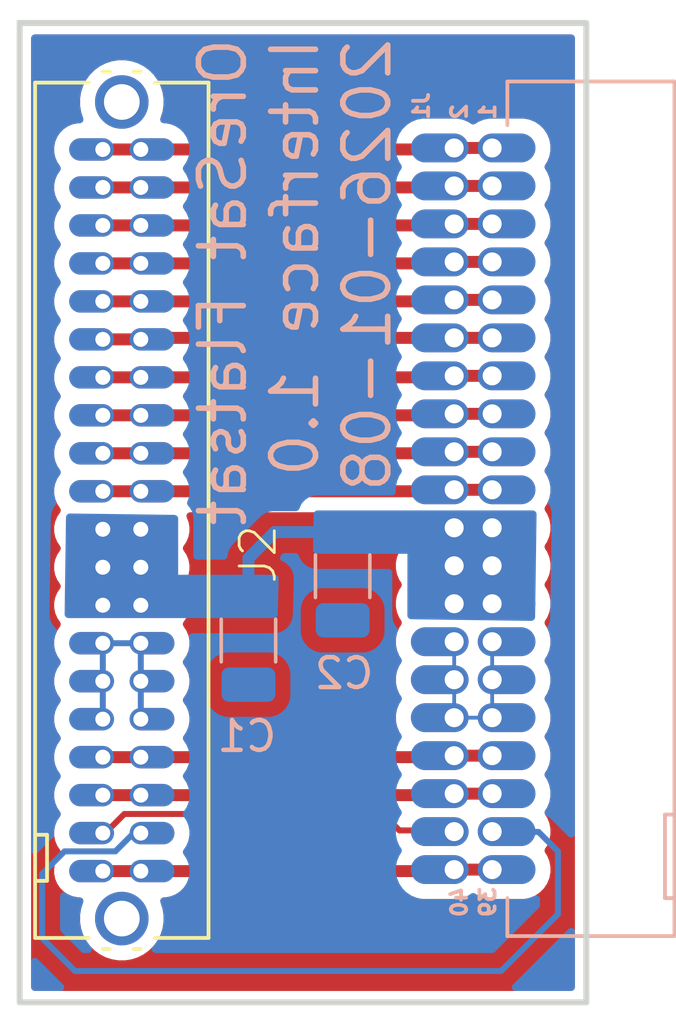
<source format=kicad_pcb>
(kicad_pcb (version 20241229) (generator "pcbnew") (generator_version "9.0")
  (layers (0 "F.Cu" signal) (4 "In1.Cu" signal) (6 "In2.Cu" signal) (2 "B.Cu" signal) (13 "F.Paste" user) (15 "B.Paste" user) (5 "F.SilkS" user "F.Silkscreen") (7 "B.SilkS" user "B.Silkscreen") (1 "F.Mask" user) (3 "B.Mask" user) (25 "Edge.Cuts" user))
  (net 0 "")
  (net 1 "GND")
  (net 2 "VBUS")
  (net 3 "OPD_SDA")
  (net 4 "MAG-SCL")
  (net 5 "CAN2_L")
  (net 6 "CAN1_H")
  (net 7 "CAN1_L")
  (net 8 "TURNSTILE-DEPLOY")
  (net 9 "OPD_SCL")
  (net 10 "CAN2_H")
  (net 11 "MAG-POWER")
  (net 12 "C3-UART-RX")
  (net 13 "OPD_PWR")
  (net 14 "~{SD}")
  (net 15 "HELICAL-DEPLOY")
  (net 16 "MAG-SDA")
  (net 17 "C3-UART-TX")
  (footprint "oresat-connectors:J-SAMTEC-SFM-120-X1-XXX-D" (layer "F.Cu") (at 148.265 85.895 90)
    (property "Reference" "J2" (at -2.54 4.56 90) (layer "F.SilkS") (effects (font (size 1.176528 1.176528) (thickness 0.093472)) (justify left)))
    (property "Value" "SFM-120-X1-XXX-D")
    (fp_line (start -14.3 -2.9) (end 14.3 -2.9) (stroke (width 0.127)) (layer "F.SilkS"))
    (fp_line (start -10.8505 -2.867) (end -10.8505 -2.5) (stroke (width 0.127)) (layer "F.SilkS"))
    (fp_line (start -12.3905 -2.5) (end -12.3905 -2.867) (stroke (width 0.127)) (layer "F.SilkS"))
    (fp_line (start -12.3905 -2.5) (end -10.8505 -2.5) (stroke (width 0.127)) (layer "F.SilkS"))
    (fp_line (start 14.3 -1.1) (end 14.3 -2.9) (stroke (width 0.127)) (layer "F.SilkS"))
    (fp_line (start -14.3 -1.1) (end -14.3 -2.9) (stroke (width 0.127)) (layer "F.SilkS"))
    (fp_line (start 14.6685 -0.635) (end 14.6685 -0.4) (stroke (width 0.127)) (layer "F.SilkS"))
    (fp_line (start -14.6685 -0.635) (end -14.6685 -0.4) (stroke (width 0.127)) (layer "F.SilkS"))
    (fp_line (start 14.6685 0.4) (end 14.6685 0.635) (stroke (width 0.127)) (layer "F.SilkS"))
    (fp_line (start -14.6685 0.4) (end -14.6685 0.635) (stroke (width 0.127)) (layer "F.SilkS"))
    (fp_line (start 14.3 1.1) (end 14.3 2.9) (stroke (width 0.127)) (layer "F.SilkS"))
    (fp_line (start 14.3 2.9) (end -14.3 2.9) (stroke (width 0.127)) (layer "F.SilkS"))
    (fp_line (start -14.3 2.9) (end -14.3 1.1) (stroke (width 0.127)) (layer "F.SilkS"))
    (pad "1" thru_hole oval (at 12.065 0.635) (size 1.5 0.75) (drill 0.5 (offset 0.375 0)) (layers "*.Cu" "*.Mask") (net 16 "MAG-SDA"))
    (pad "2" thru_hole oval (at 12.065 -0.635 180) (size 1.5 0.75) (drill 0.5 (offset 0.375 0)) (layers "*.Cu" "*.Mask") (net 16 "MAG-SDA"))
    (pad "3" thru_hole oval (at 10.795 0.635) (size 1.5 0.75) (drill 0.5 (offset 0.375 0)) (layers "*.Cu" "*.Mask") (net 4 "MAG-SCL"))
    (pad "4" thru_hole oval (at 10.795 -0.635 180) (size 1.5 0.75) (drill 0.5 (offset 0.375 0)) (layers "*.Cu" "*.Mask") (net 4 "MAG-SCL"))
    (pad "5" thru_hole oval (at 9.525 0.635) (size 1.5 0.75) (drill 0.5 (offset 0.375 0)) (layers "*.Cu" "*.Mask") (net 11 "MAG-POWER"))
    (pad "6" thru_hole oval (at 9.525 -0.635 180) (size 1.5 0.75) (drill 0.5 (offset 0.375 0)) (layers "*.Cu" "*.Mask") (net 11 "MAG-POWER"))
    (pad "7" thru_hole oval (at 8.255 0.635) (size 1.5 0.75) (drill 0.5 (offset 0.375 0)) (layers "*.Cu" "*.Mask") (net 15 "HELICAL-DEPLOY"))
    (pad "8" thru_hole oval (at 8.255 -0.635 180) (size 1.5 0.75) (drill 0.5 (offset 0.375 0)) (layers "*.Cu" "*.Mask") (net 15 "HELICAL-DEPLOY"))
    (pad "9" thru_hole oval (at 6.985 0.635) (size 1.5 0.75) (drill 0.5 (offset 0.375 0)) (layers "*.Cu" "*.Mask") (net 8 "TURNSTILE-DEPLOY"))
    (pad "10" thru_hole oval (at 6.985 -0.635 180) (size 1.5 0.75) (drill 0.5 (offset 0.375 0)) (layers "*.Cu" "*.Mask") (net 8 "TURNSTILE-DEPLOY"))
    (pad "11" thru_hole oval (at 5.715 0.635) (size 1.5 0.75) (drill 0.5 (offset 0.375 0)) (layers "*.Cu" "*.Mask") (net 3 "OPD_SDA"))
    (pad "12" thru_hole oval (at 5.715 -0.635 180) (size 1.5 0.75) (drill 0.5 (offset 0.375 0)) (layers "*.Cu" "*.Mask") (net 3 "OPD_SDA"))
    (pad "13" thru_hole oval (at 4.445 0.635) (size 1.5 0.75) (drill 0.5 (offset 0.375 0)) (layers "*.Cu" "*.Mask") (net 9 "OPD_SCL"))
    (pad "14" thru_hole oval (at 4.445 -0.635 180) (size 1.5 0.75) (drill 0.5 (offset 0.375 0)) (layers "*.Cu" "*.Mask") (net 9 "OPD_SCL"))
    (pad "15" thru_hole oval (at 3.175 0.635) (size 1.5 0.75) (drill 0.5 (offset 0.375 0)) (layers "*.Cu" "*.Mask") (net 13 "OPD_PWR"))
    (pad "16" thru_hole oval (at 3.175 -0.635 180) (size 1.5 0.75) (drill 0.5 (offset 0.375 0)) (layers "*.Cu" "*.Mask") (net 13 "OPD_PWR"))
    (pad "17" thru_hole oval (at 1.905 0.635) (size 1.5 0.75) (drill 0.5 (offset 0.375 0)) (layers "*.Cu" "*.Mask") (net 10 "CAN2_H"))
    (pad "18" thru_hole oval (at 1.905 -0.635 180) (size 1.5 0.75) (drill 0.5 (offset 0.375 0)) (layers "*.Cu" "*.Mask") (net 10 "CAN2_H"))
    (pad "19" thru_hole oval (at 0.635 0.635) (size 1.5 0.75) (drill 0.5 (offset 0.375 0)) (layers "*.Cu" "*.Mask") (net 5 "CAN2_L"))
    (pad "20" thru_hole oval (at 0.635 -0.635 180) (size 1.5 0.75) (drill 0.5 (offset 0.375 0)) (layers "*.Cu" "*.Mask") (net 5 "CAN2_L"))
    (pad "21" thru_hole oval (at -0.635 0.635) (size 1.5 0.75) (drill 0.5 (offset 0.375 0)) (layers "*.Cu" "*.Mask") (net 2 "VBUS"))
    (pad "22" thru_hole oval (at -0.635 -0.635 180) (size 1.5 0.75) (drill 0.5 (offset 0.375 0)) (layers "*.Cu" "*.Mask") (net 2 "VBUS"))
    (pad "23" thru_hole oval (at -1.905 0.635) (size 1.5 0.75) (drill 0.5 (offset 0.375 0)) (layers "*.Cu" "*.Mask") (net 2 "VBUS"))
    (pad "24" thru_hole oval (at -1.905 -0.635 180) (size 1.5 0.75) (drill 0.5 (offset 0.375 0)) (layers "*.Cu" "*.Mask") (net 2 "VBUS"))
    (pad "25" thru_hole oval (at -3.175 0.635) (size 1.5 0.75) (drill 0.5 (offset 0.375 0)) (layers "*.Cu" "*.Mask") (net 2 "VBUS"))
    (pad "26" thru_hole oval (at -3.175 -0.635 180) (size 1.5 0.75) (drill 0.5 (offset 0.375 0)) (layers "*.Cu" "*.Mask") (net 2 "VBUS"))
    (pad "27" thru_hole oval (at -4.445 0.635) (size 1.5 0.75) (drill 0.5 (offset 0.375 0)) (layers "*.Cu" "*.Mask") (net 1 "GND"))
    (pad "28" thru_hole oval (at -4.445 -0.635 180) (size 1.5 0.75) (drill 0.5 (offset 0.375 0)) (layers "*.Cu" "*.Mask") (net 1 "GND"))
    (pad "29" thru_hole oval (at -5.715 0.635) (size 1.5 0.75) (drill 0.5 (offset 0.375 0)) (layers "*.Cu" "*.Mask") (net 1 "GND"))
    (pad "30" thru_hole oval (at -5.715 -0.635 180) (size 1.5 0.75) (drill 0.5 (offset 0.375 0)) (layers "*.Cu" "*.Mask") (net 1 "GND"))
    (pad "31" thru_hole oval (at -6.985 0.635) (size 1.5 0.75) (drill 0.5 (offset 0.375 0)) (layers "*.Cu" "*.Mask") (net 1 "GND"))
    (pad "32" thru_hole oval (at -6.985 -0.635 180) (size 1.5 0.75) (drill 0.5 (offset 0.375 0)) (layers "*.Cu" "*.Mask") (net 1 "GND"))
    (pad "33" thru_hole oval (at -8.255 0.635) (size 1.5 0.75) (drill 0.5 (offset 0.375 0)) (layers "*.Cu" "*.Mask") (net 6 "CAN1_H"))
    (pad "34" thru_hole oval (at -8.255 -0.635 180) (size 1.5 0.75) (drill 0.5 (offset 0.375 0)) (layers "*.Cu" "*.Mask") (net 6 "CAN1_H"))
    (pad "35" thru_hole oval (at -9.525 0.635) (size 1.5 0.75) (drill 0.5 (offset 0.375 0)) (layers "*.Cu" "*.Mask") (net 7 "CAN1_L"))
    (pad "36" thru_hole oval (at -9.525 -0.635 180) (size 1.5 0.75) (drill 0.5 (offset 0.375 0)) (layers "*.Cu" "*.Mask") (net 7 "CAN1_L"))
    (pad "37" thru_hole oval (at -10.795 0.635) (size 1.5 0.75) (drill 0.5 (offset 0.375 0)) (layers "*.Cu" "*.Mask") (net 17 "C3-UART-TX"))
    (pad "38" thru_hole oval (at -10.795 -0.635 180) (size 1.5 0.75) (drill 0.5 (offset 0.375 0)) (layers "*.Cu" "*.Mask") (net 12 "C3-UART-RX"))
    (pad "39" thru_hole oval (at -12.065 0.635) (size 1.5 0.75) (drill 0.5 (offset 0.375 0)) (layers "*.Cu" "*.Mask") (net 14 "~{SD}"))
    (pad "40" thru_hole oval (at -12.065 -0.635 180) (size 1.5 0.75) (drill 0.5 (offset 0.375 0)) (layers "*.Cu" "*.Mask") (net 14 "~{SD}"))
    (pad "LC1" thru_hole circle (at 13.6525 0 90) (size 1.7907 1.7907) (drill 1.1938) (layers "*.Cu" "*.Mask") (net 1 "GND"))
    (pad "LC2" thru_hole circle (at -13.6525 0 90) (size 1.7907 1.7907) (drill 1.1938) (layers "*.Cu" "*.Mask") (net 1 "GND"))
  )
  (footprint "Capacitor_SMD:C_1206_3216Metric" (layer "B.Cu") (at 155.65 88.1 -90)
    (property "Reference" "C2" (at 3.25 -0.05 180) (layer "B.SilkS") (effects (justify mirror)))
    (property "Value" "10u 25V")
    (fp_line (start -0.711252 0.91) (end 0.711252 0.91) (stroke (width 0.12)) (layer "B.SilkS"))
    (fp_line (start -0.711252 -0.91) (end 0.711252 -0.91) (stroke (width 0.12)) (layer "B.SilkS"))
    (pad "1" smd roundrect (at -1.475 0 270) (size 1.15 1.8) (layers "B.Cu" "B.Mask" "B.Paste") (roundrect_rratio 0.217391) (net 2 "VBUS"))
    (pad "2" smd roundrect (at 1.475 0 270) (size 1.15 1.8) (layers "B.Cu" "B.Mask" "B.Paste") (roundrect_rratio 0.217391) (net 1 "GND"))
  )
  (footprint "Capacitor_SMD:C_1206_3216Metric" (layer "B.Cu") (at 152.5 90.25 -90)
    (property "Reference" "C1" (at 3.2 0.05 0) (layer "B.SilkS") (effects (justify mirror)))
    (property "Value" "10u 25V")
    (fp_line (start -0.711252 0.91) (end 0.711252 0.91) (stroke (width 0.12)) (layer "B.SilkS"))
    (fp_line (start -0.711252 -0.91) (end 0.711252 -0.91) (stroke (width 0.12)) (layer "B.SilkS"))
    (pad "1" smd roundrect (at -1.475 0 270) (size 1.15 1.8) (layers "B.Cu" "B.Mask" "B.Paste") (roundrect_rratio 0.217391) (net 2 "VBUS"))
    (pad "2" smd roundrect (at 1.475 0 270) (size 1.15 1.8) (layers "B.Cu" "B.Mask" "B.Paste") (roundrect_rratio 0.217391) (net 1 "GND"))
  )
  (footprint "oresat-connectors:J-SAMTEC-TFM-120-X1-XXX-D-RA" (layer "B.Cu") (at 160.015 85.845 90)
    (property "Reference" "J1" (at 12.954 -2.032 90) (layer "B.SilkS") (effects (font (size 0.508 0.508) (thickness 0.127)) (justify right top mirror)))
    (property "Value" "J-SAMTEC-TFM-120-X1-XXX-D-RA")
    (fp_line (start 12.827 1.143) (end 14.2875 1.143) (stroke (width 0.127)) (layer "B.SilkS"))
    (fp_line (start -14.2875 1.143) (end -13.0175 1.143) (stroke (width 0.127)) (layer "B.SilkS"))
    (fp_line (start -14.2875 1.143) (end -14.2875 6.731) (stroke (width 0.127)) (layer "B.SilkS"))
    (fp_line (start -10.2235 6.4135) (end -10.2235 6.731) (stroke (width 0.127)) (layer "B.SilkS"))
    (fp_line (start -13.0175 6.4135) (end -10.2235 6.4135) (stroke (width 0.127)) (layer "B.SilkS"))
    (fp_line (start 14.2875 6.731) (end 14.2875 1.143) (stroke (width 0.127)) (layer "B.SilkS"))
    (fp_line (start -10.2235 6.731) (end 14.2875 6.731) (stroke (width 0.127)) (layer "B.SilkS"))
    (fp_line (start -13.0175 6.731) (end -13.0175 6.4135) (stroke (width 0.127)) (layer "B.SilkS"))
    (fp_line (start -13.0175 6.731) (end -10.2235 6.731) (stroke (width 0.127)) (layer "B.SilkS"))
    (fp_line (start -14.2875 6.731) (end -13.0175 6.731) (stroke (width 0.127)) (layer "B.SilkS"))
    (fp_text user "40" (at -13.716 -0.762 90) (layer "B.SilkS") (effects (font (size 0.508 0.508) (thickness 0.127)) (justify right top mirror)))
    (fp_text user "2" (at 12.954 -0.762 90) (layer "B.SilkS") (effects (font (size 0.508 0.508) (thickness 0.127)) (justify right top mirror)))
    (fp_text user "39" (at -13.716 0.1905 90) (layer "B.SilkS") (effects (font (size 0.508 0.508) (thickness 0.127)) (justify right top mirror)))
    (fp_text user "1" (at 12.954 0.1905 90) (layer "B.SilkS") (effects (font (size 0.508 0.508) (thickness 0.127)) (justify right top mirror)))
    (pad "1" thru_hole oval (at 12.065 0.635) (size 1.9304 0.9652) (drill 0.635 (offset 0.4826 0)) (layers "*.Cu" "*.Mask") (net 16 "MAG-SDA"))
    (pad "2" thru_hole oval (at 12.065 -0.635 180) (size 1.9304 0.9652) (drill 0.635 (offset 0.4826 0)) (layers "*.Cu" "*.Mask") (net 16 "MAG-SDA"))
    (pad "3" thru_hole oval (at 10.795 0.635) (size 1.9304 0.9652) (drill 0.635 (offset 0.4826 0)) (layers "*.Cu" "*.Mask") (net 4 "MAG-SCL"))
    (pad "4" thru_hole oval (at 10.795 -0.635 180) (size 1.9304 0.9652) (drill 0.635 (offset 0.4826 0)) (layers "*.Cu" "*.Mask") (net 4 "MAG-SCL"))
    (pad "5" thru_hole oval (at 9.525 0.635) (size 1.9304 0.9652) (drill 0.635 (offset 0.4826 0)) (layers "*.Cu" "*.Mask") (net 11 "MAG-POWER"))
    (pad "6" thru_hole oval (at 9.525 -0.635 180) (size 1.9304 0.9652) (drill 0.635 (offset 0.4826 0)) (layers "*.Cu" "*.Mask") (net 11 "MAG-POWER"))
    (pad "7" thru_hole oval (at 8.255 0.635) (size 1.9304 0.9652) (drill 0.635 (offset 0.4826 0)) (layers "*.Cu" "*.Mask") (net 15 "HELICAL-DEPLOY"))
    (pad "8" thru_hole oval (at 8.255 -0.635 180) (size 1.9304 0.9652) (drill 0.635 (offset 0.4826 0)) (layers "*.Cu" "*.Mask") (net 15 "HELICAL-DEPLOY"))
    (pad "9" thru_hole oval (at 6.985 0.635) (size 1.9304 0.9652) (drill 0.635 (offset 0.4826 0)) (layers "*.Cu" "*.Mask") (net 8 "TURNSTILE-DEPLOY"))
    (pad "10" thru_hole oval (at 6.985 -0.635 180) (size 1.9304 0.9652) (drill 0.635 (offset 0.4826 0)) (layers "*.Cu" "*.Mask") (net 8 "TURNSTILE-DEPLOY"))
    (pad "11" thru_hole oval (at 5.715 0.635) (size 1.9304 0.9652) (drill 0.635 (offset 0.4826 0)) (layers "*.Cu" "*.Mask") (net 3 "OPD_SDA"))
    (pad "12" thru_hole oval (at 5.715 -0.635 180) (size 1.9304 0.9652) (drill 0.635 (offset 0.4826 0)) (layers "*.Cu" "*.Mask") (net 3 "OPD_SDA"))
    (pad "13" thru_hole oval (at 4.445 0.635) (size 1.9304 0.9652) (drill 0.635 (offset 0.4826 0)) (layers "*.Cu" "*.Mask") (net 9 "OPD_SCL"))
    (pad "14" thru_hole oval (at 4.445 -0.635 180) (size 1.9304 0.9652) (drill 0.635 (offset 0.4826 0)) (layers "*.Cu" "*.Mask") (net 9 "OPD_SCL"))
    (pad "15" thru_hole oval (at 3.175 0.635) (size 1.9304 0.9652) (drill 0.635 (offset 0.4826 0)) (layers "*.Cu" "*.Mask") (net 13 "OPD_PWR"))
    (pad "16" thru_hole oval (at 3.175 -0.635 180) (size 1.9304 0.9652) (drill 0.635 (offset 0.4826 0)) (layers "*.Cu" "*.Mask") (net 13 "OPD_PWR"))
    (pad "17" thru_hole oval (at 1.905 0.635) (size 1.9304 0.9652) (drill 0.635 (offset 0.4826 0)) (layers "*.Cu" "*.Mask") (net 10 "CAN2_H"))
    (pad "18" thru_hole oval (at 1.905 -0.635 180) (size 1.9304 0.9652) (drill 0.635 (offset 0.4826 0)) (layers "*.Cu" "*.Mask") (net 10 "CAN2_H"))
    (pad "19" thru_hole oval (at 0.635 0.635) (size 1.9304 0.9652) (drill 0.635 (offset 0.4826 0)) (layers "*.Cu" "*.Mask") (net 5 "CAN2_L"))
    (pad "20" thru_hole oval (at 0.635 -0.635 180) (size 1.9304 0.9652) (drill 0.635 (offset 0.4826 0)) (layers "*.Cu" "*.Mask") (net 5 "CAN2_L"))
    (pad "21" thru_hole oval (at -0.635 0.635) (size 1.9304 0.9652) (drill 0.635 (offset 0.4826 0)) (layers "*.Cu" "*.Mask") (net 2 "VBUS"))
    (pad "22" thru_hole oval (at -0.635 -0.635 180) (size 1.9304 0.9652) (drill 0.635 (offset 0.4826 0)) (layers "*.Cu" "*.Mask") (net 2 "VBUS"))
    (pad "23" thru_hole oval (at -1.905 0.635) (size 1.9304 0.9652) (drill 0.635 (offset 0.4826 0)) (layers "*.Cu" "*.Mask") (net 2 "VBUS"))
    (pad "24" thru_hole oval (at -1.905 -0.635 180) (size 1.9304 0.9652) (drill 0.635 (offset 0.4826 0)) (layers "*.Cu" "*.Mask") (net 2 "VBUS"))
    (pad "25" thru_hole oval (at -3.175 0.635) (size 1.9304 0.9652) (drill 0.635 (offset 0.4826 0)) (layers "*.Cu" "*.Mask") (net 2 "VBUS"))
    (pad "26" thru_hole oval (at -3.175 -0.635 180) (size 1.9304 0.9652) (drill 0.635 (offset 0.4826 0)) (layers "*.Cu" "*.Mask") (net 2 "VBUS"))
    (pad "27" thru_hole oval (at -4.445 0.635) (size 1.9304 0.9652) (drill 0.635 (offset 0.4826 0)) (layers "*.Cu" "*.Mask") (net 1 "GND"))
    (pad "28" thru_hole oval (at -4.445 -0.635 180) (size 1.9304 0.9652) (drill 0.635 (offset 0.4826 0)) (layers "*.Cu" "*.Mask") (net 1 "GND"))
    (pad "29" thru_hole oval (at -5.715 0.635) (size 1.9304 0.9652) (drill 0.635 (offset 0.4826 0)) (layers "*.Cu" "*.Mask") (net 1 "GND"))
    (pad "30" thru_hole oval (at -5.715 -0.635 180) (size 1.9304 0.9652) (drill 0.635 (offset 0.4826 0)) (layers "*.Cu" "*.Mask") (net 1 "GND"))
    (pad "31" thru_hole oval (at -6.985 0.635) (size 1.9304 0.9652) (drill 0.635 (offset 0.4826 0)) (layers "*.Cu" "*.Mask") (net 1 "GND"))
    (pad "32" thru_hole oval (at -6.985 -0.635 180) (size 1.9304 0.9652) (drill 0.635 (offset 0.4826 0)) (layers "*.Cu" "*.Mask") (net 1 "GND"))
    (pad "33" thru_hole oval (at -8.255 0.635) (size 1.9304 0.9652) (drill 0.635 (offset 0.4826 0)) (layers "*.Cu" "*.Mask") (net 6 "CAN1_H"))
    (pad "34" thru_hole oval (at -8.255 -0.635 180) (size 1.9304 0.9652) (drill 0.635 (offset 0.4826 0)) (layers "*.Cu" "*.Mask") (net 6 "CAN1_H"))
    (pad "35" thru_hole oval (at -9.525 0.635) (size 1.9304 0.9652) (drill 0.635 (offset 0.4826 0)) (layers "*.Cu" "*.Mask") (net 7 "CAN1_L"))
    (pad "36" thru_hole oval (at -9.525 -0.635 180) (size 1.9304 0.9652) (drill 0.635 (offset 0.4826 0)) (layers "*.Cu" "*.Mask") (net 7 "CAN1_L"))
    (pad "37" thru_hole oval (at -10.795 0.635) (size 1.9304 0.9652) (drill 0.635 (offset 0.4826 0)) (layers "*.Cu" "*.Mask") (net 17 "C3-UART-TX"))
    (pad "38" thru_hole oval (at -10.795 -0.635 180) (size 1.9304 0.9652) (drill 0.635 (offset 0.4826 0)) (layers "*.Cu" "*.Mask") (net 12 "C3-UART-RX"))
    (pad "39" thru_hole oval (at -12.065 0.635) (size 1.9304 0.9652) (drill 0.635 (offset 0.4826 0)) (layers "*.Cu" "*.Mask") (net 14 "~{SD}"))
    (pad "40" thru_hole oval (at -12.065 -0.635 180) (size 1.9304 0.9652) (drill 0.635 (offset 0.4826 0)) (layers "*.Cu" "*.Mask") (net 14 "~{SD}"))
  )
  (gr_rect (start 144.85 69.6) (end 163.8 102.35) (stroke (width 0.2)) (fill no) (layer "Edge.Cuts"))
  (gr_text "OreSat Flatsat \nInterface 1.0\n2026-01-08\n" (at 157.35 70 90) (layer "B.SilkS") (effects (font (size 1.5 1.5) (thickness 0.1875)) (justify left bottom mirror)))
  (segment (start 148.9 90.34) (end 149.035 90.475) (width 0.2) (layer "B.Cu") (net 1))
  (segment (start 159.38 92.83) (end 159.38 90.29) (width 0.127) (layer "B.Cu") (net 1))
  (segment (start 160.65 92.83) (end 159.38 92.83) (width 0.127) (layer "B.Cu") (net 1))
  (segment (start 160.65 90.29) (end 160.65 92.83) (width 0.127) (layer "B.Cu") (net 1))
  (segment (start 147.63 90.34) (end 147.63 92.88) (width 0.2) (layer "B.Cu") (net 1))
  (segment (start 148.9 90.34) (end 148.9 92.88) (width 0.2) (layer "B.Cu") (net 1))
  (segment (start 148.9 90.34) (end 147.63 90.34) (width 0.2) (layer "B.Cu") (net 1))
  (segment (start 155.65 86.625) (end 153.375 86.625) (width 0.4) (layer "B.Cu") (net 2))
  (segment (start 152.5 87.5) (end 152.5 88.775) (width 0.4) (layer "B.Cu") (net 2))
  (segment (start 153.375 86.625) (end 152.5 87.5) (width 0.4) (layer "B.Cu") (net 2))
  (segment (start 147.63 80.18) (end 148.9 80.18) (width 0.4) (layer "F.Cu") (net 3))
  (segment (start 160.65 80.13) (end 159.38 80.13) (width 0.4) (layer "F.Cu") (net 3))
  (segment (start 148.95 80.13) (end 159.38 80.13) (width 0.4) (layer "F.Cu") (net 3))
  (segment (start 148.95 80.13) (end 148.9 80.18) (width 0.4) (layer "F.Cu") (net 3))
  (segment (start 159.38 75.05) (end 160.65 75.05) (width 0.4) (layer "F.Cu") (net 4))
  (segment (start 159.33 75.1) (end 159.38 75.05) (width 0.4) (layer "F.Cu") (net 4))
  (segment (start 148.9 75.1) (end 159.33 75.1) (width 0.4) (layer "F.Cu") (net 4))
  (segment (start 147.63 75.1) (end 148.9 75.1) (width 0.4) (layer "F.Cu") (net 4))
  (segment (start 148.95 85.21) (end 148.9 85.26) (width 0.4) (layer "F.Cu") (net 5))
  (segment (start 160.65 85.21) (end 159.38 85.21) (width 0.4) (layer "F.Cu") (net 5))
  (segment (start 147.63 85.26) (end 148.9 85.26) (width 0.4) (layer "F.Cu") (net 5))
  (segment (start 148.9 85.26) (end 159.33 85.26) (width 0.4) (layer "F.Cu") (net 5))
  (segment (start 159.33 85.26) (end 159.38 85.21) (width 0.4) (layer "F.Cu") (net 5))
  (segment (start 159.33 94.15) (end 159.38 94.1) (width 0.4) (layer "F.Cu") (net 6))
  (segment (start 148.9 94.15) (end 159.33 94.15) (width 0.4) (layer "F.Cu") (net 6))
  (segment (start 147.63 94.15) (end 148.9 94.15) (width 0.4) (layer "F.Cu") (net 6))
  (segment (start 160.65 94.1) (end 159.38 94.1) (width 0.4) (layer "F.Cu") (net 6))
  (segment (start 148.9 95.42) (end 159.33 95.42) (width 0.4) (layer "F.Cu") (net 7))
  (segment (start 160.65 95.37) (end 159.38 95.37) (width 0.4) (layer "F.Cu") (net 7))
  (segment (start 147.63 95.42) (end 148.9 95.42) (width 0.4) (layer "F.Cu") (net 7))
  (segment (start 159.33 95.42) (end 159.38 95.37) (width 0.4) (layer "F.Cu") (net 7))
  (segment (start 147.63 78.91) (end 148.9 78.91) (width 0.4) (layer "F.Cu") (net 8))
  (segment (start 148.9 78.91) (end 159.33 78.91) (width 0.4) (layer "F.Cu") (net 8))
  (segment (start 159.33 78.91) (end 159.38 78.86) (width 0.4) (layer "F.Cu") (net 8))
  (segment (start 160.65 78.86) (end 159.38 78.86) (width 0.4) (layer "F.Cu") (net 8))
  (segment (start 148.9 81.45) (end 159.33 81.45) (width 0.4) (layer "F.Cu") (net 9))
  (segment (start 147.63 81.45) (end 148.9 81.45) (width 0.4) (layer "F.Cu") (net 9))
  (segment (start 160.65 81.4) (end 159.38 81.4) (width 0.4) (layer "F.Cu") (net 9))
  (segment (start 159.33 81.45) (end 159.38 81.4) (width 0.4) (layer "F.Cu") (net 9))
  (segment (start 147.63 83.99) (end 148.9 83.99) (width 0.4) (layer "F.Cu") (net 10))
  (segment (start 159.33 83.99) (end 159.38 83.94) (width 0.4) (layer "F.Cu") (net 10))
  (segment (start 148.9 83.99) (end 159.33 83.99) (width 0.4) (layer "F.Cu") (net 10))
  (segment (start 160.65 83.94) (end 159.38 83.94) (width 0.4) (layer "F.Cu") (net 10))
  (segment (start 148.9 76.37) (end 159.33 76.37) (width 0.4) (layer "F.Cu") (net 11))
  (segment (start 159.38 76.32) (end 160.65 76.32) (width 0.4) (layer "F.Cu") (net 11))
  (segment (start 159.33 76.37) (end 159.38 76.32) (width 0.4) (layer "F.Cu") (net 11))
  (segment (start 147.63 76.37) (end 148.9 76.37) (width 0.4) (layer "F.Cu") (net 11))
  (segment (start 157 96.05) (end 157.55 96.6) (width 0.2) (layer "F.Cu") (net 12))
  (segment (start 147.71 96.69) (end 148.35 96.05) (width 0.2) (layer "F.Cu") (net 12))
  (segment (start 148.35 96.05) (end 157 96.05) (width 0.2) (layer "F.Cu") (net 12))
  (segment (start 157.55 96.6) (end 159.34 96.6) (width 0.2) (layer "F.Cu") (net 12))
  (segment (start 159.34 96.6) (end 159.38 96.64) (width 0.2) (layer "F.Cu") (net 12))
  (segment (start 147.63 96.69) (end 147.71 96.69) (width 0.2) (layer "F.Cu") (net 12))
  (segment (start 147.63 82.72) (end 148.9 82.72) (width 0.4) (layer "F.Cu") (net 13))
  (segment (start 148.95 82.67) (end 148.9 82.72) (width 0.4) (layer "F.Cu") (net 13))
  (segment (start 159.33 82.72) (end 159.38 82.67) (width 0.4) (layer "F.Cu") (net 13))
  (segment (start 148.9 82.72) (end 159.33 82.72) (width 0.4) (layer "F.Cu") (net 13))
  (segment (start 160.65 82.67) (end 159.38 82.67) (width 0.4) (layer "F.Cu") (net 13))
  (segment (start 159.38 97.91) (end 160.65 97.91) (width 0.4) (layer "F.Cu") (net 14))
  (segment (start 159.33 97.96) (end 159.38 97.91) (width 0.4) (layer "F.Cu") (net 14))
  (segment (start 147.63 97.96) (end 148.9 97.96) (width 0.4) (layer "F.Cu") (net 14))
  (segment (start 148.9 97.96) (end 159.33 97.96) (width 0.4) (layer "F.Cu") (net 14))
  (segment (start 147.63 77.64) (end 148.9 77.64) (width 0.4) (layer "F.Cu") (net 15))
  (segment (start 148.9 77.64) (end 159.33 77.64) (width 0.4) (layer "F.Cu") (net 15))
  (segment (start 159.33 77.64) (end 159.38 77.59) (width 0.4) (layer "F.Cu") (net 15))
  (segment (start 159.38 77.59) (end 160.65 77.59) (width 0.4) (layer "F.Cu") (net 15))
  (segment (start 148.9 73.83) (end 148.95 73.78) (width 0.4) (layer "F.Cu") (net 16))
  (segment (start 159.38 73.78) (end 160.65 73.78) (width 0.4) (layer "F.Cu") (net 16))
  (segment (start 159.33 73.83) (end 159.38 73.78) (width 0.4) (layer "F.Cu") (net 16))
  (segment (start 148.9 73.83) (end 147.63 73.83) (width 0.4) (layer "F.Cu") (net 16))
  (segment (start 148.9 73.83) (end 159.33 73.83) (width 0.4) (layer "F.Cu") (net 16))
  (segment (start 160.95 101.3) (end 162.85 99.4) (width 0.2) (layer "B.Cu") (net 17))
  (segment (start 146.35 97.3) (end 145.6 98.05) (width 0.2) (layer "B.Cu") (net 17))
  (segment (start 162.2 96.65) (end 160.66 96.65) (width 0.2) (layer "B.Cu") (net 17))
  (segment (start 145.6 98.05) (end 145.6 100.2) (width 0.2) (layer "B.Cu") (net 17))
  (segment (start 145.6 100.2) (end 146.7 101.3) (width 0.2) (layer "B.Cu") (net 17))
  (segment (start 160.66 96.65) (end 160.65 96.64) (width 0.2) (layer "B.Cu") (net 17))
  (segment (start 148.66 96.69) (end 148.05 97.3) (width 0.2) (layer "B.Cu") (net 17))
  (segment (start 162.85 99.4) (end 162.85 97.3) (width 0.2) (layer "B.Cu") (net 17))
  (segment (start 148.9 96.69) (end 148.66 96.69) (width 0.2) (layer "B.Cu") (net 17))
  (segment (start 148.05 97.3) (end 146.35 97.3) (width 0.2) (layer "B.Cu") (net 17))
  (segment (start 162.85 97.3) (end 162.2 96.65) (width 0.2) (layer "B.Cu") (net 17))
  (segment (start 146.7 101.3) (end 160.95 101.3) (width 0.2) (layer "B.Cu") (net 17))
  (zone (net 0) (net_name "") (layers "F.Cu" "B.Cu") (connect_pads (clearance 0.5)) (min_thickness 0.25) (fill yes (thermal_gap 0.5) (thermal_bridge_width 0.5) (smoothing fillet) (island_removal_mode 1) (island_area_min 10))
    (polygon (pts (xy 144.191676 68.992994) (xy 164.849546 68.832254) (xy 164.856284 102.948247) (xy 144.26108 103.093238)))
  )
  (zone (net 2) (net_name "VBUS") (layer "B.Cu") (priority 1) (connect_pads yes (clearance 0)) (min_thickness 0.25) (fill yes (thermal_gap 0.5) (thermal_bridge_width 0.5) (smoothing fillet))
    (polygon (pts (xy 153.514105 88.05) (xy 150.149426 88.05) (xy 150.151723 86.050023) (xy 146.4 86) (xy 146.35 89.5) (xy 153.476926 89.5)))
  )
  (zone (net 2) (net_name "VBUS") (layer "B.Cu") (priority 1) (connect_pads yes (clearance 0)) (min_thickness 0.25) (fill yes (thermal_gap 0.5) (thermal_bridge_width 0.5) (smoothing fillet))
    (polygon (pts (xy 154.658119 87.35) (xy 157.817176 87.35) (xy 157.814663 89.537993) (xy 162.084358 89.594923) (xy 162.137142 85.9) (xy 154.681664 85.9)))
  )
)
</source>
